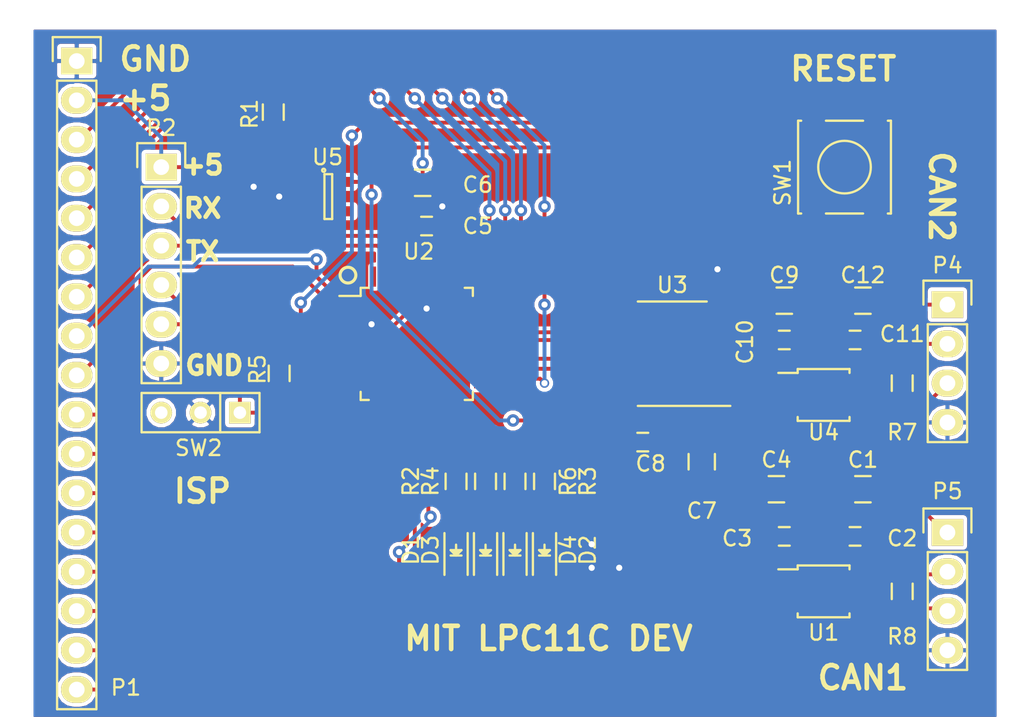
<source format=kicad_pcb>
(kicad_pcb (version 4) (host pcbnew "(2015-09-17 BZR 6202)-product")
  (layers (0 F.Cu signal) (31 B.Cu signal) (34 B.Paste user) (35 F.Paste user) (36 B.SilkS user) (37 F.SilkS user) (38 B.Mask user) (39 F.Mask user) (44 Edge.Cuts user))
  (net 0 "")
  (net 1 GND)
  (net 2 +3V3)
  (net 3 "Net-(D1-Pad2)")
  (net 4 "Net-(D2-Pad2)")
  (net 5 "Net-(D3-Pad2)")
  (net 6 "Net-(D4-Pad2)")
  (net 7 "/Input Connectors/RXD")
  (net 8 "/Input Connectors/TXD")
  (net 9 "/Input Connectors/MCU_RESET_N")
  (net 10 "/Input Connectors/MCU_PROG_N")
  (net 11 "/Micro Controller/CAN2H")
  (net 12 "/Micro Controller/CAN2L")
  (net 13 "/Micro Controller/CAN1H")
  (net 14 "/Micro Controller/CAN1L")
  (net 15 "Net-(R2-Pad1)")
  (net 16 "Net-(R3-Pad1)")
  (net 17 "Net-(R4-Pad1)")
  (net 18 "Net-(R6-Pad1)")
  (net 19 "Net-(U1-Pad2)")
  (net 20 "Net-(U1-Pad3)")
  (net 21 GNDD)
  (net 22 "/Micro Controller/PIO2_6")
  (net 23 "Net-(U2-Pad6)")
  (net 24 "Net-(U2-Pad7)")
  (net 25 "/Micro Controller/PIO1_8")
  (net 26 "Net-(U2-Pad10)")
  (net 27 "/Micro Controller/PIO2_7")
  (net 28 "/Micro Controller/PIO2_8")
  (net 29 "Net-(U2-Pad27)")
  (net 30 "Net-(U2-Pad28)")
  (net 31 "Net-(U2-Pad29)")
  (net 32 "/Micro Controller/PIO1_10")
  (net 33 "Net-(U2-Pad31)")
  (net 34 "/Micro Controller/PIO0_11")
  (net 35 "/Micro Controller/PIO1_0")
  (net 36 "/Micro Controller/PIO1_1")
  (net 37 "/Micro Controller/PIO1_2")
  (net 38 "/Micro Controller/PIO3_0")
  (net 39 "/Micro Controller/PIO3_1")
  (net 40 "/Micro Controller/PIO1_3")
  (net 41 "/Micro Controller/PIO1_4")
  (net 42 "/Micro Controller/PIO1_11")
  (net 43 "/Micro Controller/PIO3_2")
  (net 44 "/Micro Controller/PIO1_5")
  (net 45 "/Micro Controller/PIO3_3")
  (net 46 "Net-(U3-Pad1)")
  (net 47 "Net-(U3-Pad2)")
  (net 48 "Net-(U3-Pad3)")
  (net 49 "Net-(U3-Pad4)")
  (net 50 "Net-(U3-Pad5)")
  (net 51 "Net-(U3-Pad6)")
  (net 52 "Net-(U3-Pad7)")
  (net 53 "Net-(U3-Pad8)")
  (net 54 "Net-(U3-Pad9)")
  (net 55 "Net-(U3-Pad11)")
  (net 56 "Net-(U3-Pad12)")
  (net 57 "Net-(U3-Pad15)")
  (net 58 "Net-(U5-Pad4)")
  (net 59 "/Micro Controller/CAN1P")
  (net 60 "/Micro Controller/CAN2P")
  (net 61 "/Micro Controller/PIO2_1")
  (net 62 "/Micro Controller/PIO0_3")
  (net 63 "/Micro Controller/PIO0_4")
  (net 64 "/Micro Controller/PIO0_5")
  (net 65 "/Micro Controller/PIO1_9")
  (net 66 "/Micro Controller/PIO2_4")
  (net 67 "/Micro Controller/PIO0_1")
  (net 68 +5V)
  (net 69 "/Micro Controller/PIO2_2")
  (net 70 "/Micro Controller/PIO2_3")
  (net 71 "Net-(U2-Pad25)")
  (module Pin_Headers:Pin_Header_Straight_1x06 (layer F.Cu) (at 161.925 55.88)
    (fp_text reference P2 (at 0 -2.54) (layer F.SilkS))
    (fp_text value CONN_01X06)
    (pad 1 thru_hole rect (at 0 0) (size 2.032 1.7272) (drill 1.016) (layers *.Cu *.Mask F.SilkS) (net 68 +5V))
    (pad 2 thru_hole oval (at 0 2.54) (size 2.032 1.7272) (drill 1.016) (layers *.Cu *.Mask F.SilkS) (net 7 "/Input Connectors/RXD"))
    (pad 3 thru_hole oval (at 0 5.08) (size 2.032 1.7272) (drill 1.016) (layers *.Cu *.Mask F.SilkS) (net 8 "/Input Connectors/TXD"))
    (pad 4 thru_hole oval (at 0 7.62) (size 2.032 1.7272) (drill 1.016) (layers *.Cu *.Mask F.SilkS) (net 9 "/Input Connectors/MCU_RESET_N"))
    (pad 5 thru_hole oval (at 0 10.16) (size 2.032 1.7272) (drill 1.016) (layers *.Cu *.Mask F.SilkS) (net 10 "/Input Connectors/MCU_PROG_N"))
    (pad 6 thru_hole oval (at 0 12.7) (size 2.032 1.7272) (drill 1.016) (layers *.Cu *.Mask F.SilkS) (net 1 GND))
  )
  (module Capacitors_SMD:C_0805_HandSoldering (layer F.Cu) (at 207.264 76.708 180)
    (fp_text reference C1 (at 0 1.905 180) (layer F.SilkS))
    (fp_text value 10uF)
    (pad 1 smd rect (at -1.25 0 180) (size 1.5 1.25) (layers F.Cu F.Paste F.Mask) (net 59 "/Micro Controller/CAN1P"))
    (pad 2 smd rect (at 1.25 0 180) (size 1.5 1.25) (layers F.Cu F.Paste F.Mask) (net 1 GND))
  )
  (module Capacitors_SMD:C_0603_HandSoldering (layer F.Cu) (at 206.756 79.756 180)
    (fp_text reference C2 (at -3.048 -0.127 180) (layer F.SilkS))
    (fp_text value 0.1uF)
    (pad 1 smd rect (at -0.95 0 180) (size 1.2 0.75) (layers F.Cu F.Paste F.Mask) (net 59 "/Micro Controller/CAN1P"))
    (pad 2 smd rect (at 0.95 0 180) (size 1.2 0.75) (layers F.Cu F.Paste F.Mask) (net 1 GND))
  )
  (module Capacitors_SMD:C_0603_HandSoldering (layer F.Cu) (at 202.184 79.756)
    (fp_text reference C3 (at -3.048 0.127) (layer F.SilkS))
    (fp_text value 0.1uF)
    (pad 1 smd rect (at -0.95 0) (size 1.2 0.75) (layers F.Cu F.Paste F.Mask) (net 2 +3V3))
    (pad 2 smd rect (at 0.95 0) (size 1.2 0.75) (layers F.Cu F.Paste F.Mask) (net 1 GND))
  )
  (module Capacitors_SMD:C_0805_HandSoldering (layer F.Cu) (at 201.676 76.708)
    (fp_text reference C4 (at 0 -1.905) (layer F.SilkS))
    (fp_text value 10uF)
    (pad 1 smd rect (at -1.25 0) (size 1.5 1.25) (layers F.Cu F.Paste F.Mask) (net 2 +3V3))
    (pad 2 smd rect (at 1.25 0) (size 1.5 1.25) (layers F.Cu F.Paste F.Mask) (net 1 GND))
  )
  (module Capacitors_SMD:C_0603_HandSoldering (layer F.Cu) (at 179.07 59.69)
    (fp_text reference C5 (at 3.302 0) (layer F.SilkS))
    (fp_text value 0.1uF)
    (pad 1 smd rect (at -0.95 0) (size 1.2 0.75) (layers F.Cu F.Paste F.Mask) (net 2 +3V3))
    (pad 2 smd rect (at 0.95 0) (size 1.2 0.75) (layers F.Cu F.Paste F.Mask) (net 1 GND))
  )
  (module Capacitors_SMD:C_0805_HandSoldering (layer F.Cu) (at 178.816 56.896)
    (fp_text reference C6 (at 3.556 0.127) (layer F.SilkS))
    (fp_text value 1=uF)
    (pad 1 smd rect (at -1.25 0) (size 1.5 1.25) (layers F.Cu F.Paste F.Mask) (net 2 +3V3))
    (pad 2 smd rect (at 1.25 0) (size 1.5 1.25) (layers F.Cu F.Paste F.Mask) (net 1 GND))
  )
  (module Capacitors_SMD:C_0805_HandSoldering (layer F.Cu) (at 196.85 74.93 90)
    (fp_text reference C7 (at -3.175 0 180) (layer F.SilkS))
    (fp_text value 1uF)
    (pad 1 smd rect (at -1.25 0 90) (size 1.5 1.25) (layers F.Cu F.Paste F.Mask) (net 2 +3V3))
    (pad 2 smd rect (at 1.25 0 90) (size 1.5 1.25) (layers F.Cu F.Paste F.Mask) (net 1 GND))
  )
  (module Capacitors_SMD:C_0603_HandSoldering (layer F.Cu) (at 193.04 73.66)
    (fp_text reference C8 (at 0.508 1.397) (layer F.SilkS))
    (fp_text value 0.1uF)
    (pad 1 smd rect (at -0.95 0) (size 1.2 0.75) (layers F.Cu F.Paste F.Mask) (net 2 +3V3))
    (pad 2 smd rect (at 0.95 0) (size 1.2 0.75) (layers F.Cu F.Paste F.Mask) (net 1 GND))
  )
  (module Capacitors_SMD:C_0805_HandSoldering (layer F.Cu) (at 202.184 64.516)
    (fp_text reference C9 (at 0 -1.651) (layer F.SilkS))
    (fp_text value 1uF)
    (pad 1 smd rect (at -1.25 0) (size 1.5 1.25) (layers F.Cu F.Paste F.Mask) (net 2 +3V3))
    (pad 2 smd rect (at 1.25 0) (size 1.5 1.25) (layers F.Cu F.Paste F.Mask) (net 1 GND))
  )
  (module Capacitors_SMD:C_0603_HandSoldering (layer F.Cu) (at 202.184 67.056)
    (fp_text reference C10 (at -2.54 0.127 90) (layer F.SilkS))
    (fp_text value 0.1uF)
    (pad 1 smd rect (at -0.95 0) (size 1.2 0.75) (layers F.Cu F.Paste F.Mask) (net 2 +3V3))
    (pad 2 smd rect (at 0.95 0) (size 1.2 0.75) (layers F.Cu F.Paste F.Mask) (net 1 GND))
  )
  (module Capacitors_SMD:C_0603_HandSoldering (layer F.Cu) (at 206.756 67.056 180)
    (fp_text reference C11 (at -3.048 0.381 180) (layer F.SilkS))
    (fp_text value 0.1uF)
    (pad 1 smd rect (at -0.95 0 180) (size 1.2 0.75) (layers F.Cu F.Paste F.Mask) (net 60 "/Micro Controller/CAN2P"))
    (pad 2 smd rect (at 0.95 0 180) (size 1.2 0.75) (layers F.Cu F.Paste F.Mask) (net 1 GND))
  )
  (module Capacitors_SMD:C_0805_HandSoldering (layer F.Cu) (at 207.264 64.516 180)
    (fp_text reference C12 (at 0 1.651 180) (layer F.SilkS))
    (fp_text value 1uF)
    (pad 1 smd rect (at -1.25 0 180) (size 1.5 1.25) (layers F.Cu F.Paste F.Mask) (net 60 "/Micro Controller/CAN2P"))
    (pad 2 smd rect (at 1.25 0 180) (size 1.5 1.25) (layers F.Cu F.Paste F.Mask) (net 1 GND))
  )
  (module LEDs:LED-0805 (layer F.Cu) (at 180.975 80.645 90)
    (fp_text reference D1 (at 0 -2.921 90) (layer F.SilkS))
    (fp_text value LED)
    (pad 2 smd rect (at 1.04902 0 270) (size 1.19888 1.19888) (layers F.Cu F.Paste F.Mask) (net 3 "Net-(D1-Pad2)"))
    (pad 1 smd rect (at -1.04902 0 270) (size 1.19888 1.19888) (layers F.Cu F.Paste F.Mask) (net 1 GND))
  )
  (module LEDs:LED-0805 (layer F.Cu) (at 186.69 80.645 90)
    (fp_text reference D2 (at 0 2.794 90) (layer F.SilkS))
    (fp_text value LED)
    (pad 2 smd rect (at 1.04902 0 270) (size 1.19888 1.19888) (layers F.Cu F.Paste F.Mask) (net 4 "Net-(D2-Pad2)"))
    (pad 1 smd rect (at -1.04902 0 270) (size 1.19888 1.19888) (layers F.Cu F.Paste F.Mask) (net 1 GND))
  )
  (module LEDs:LED-0805 (layer F.Cu) (at 182.88 80.645 90)
    (fp_text reference D3 (at 0 -3.556 90) (layer F.SilkS))
    (fp_text value LED)
    (pad 2 smd rect (at 1.04902 0 270) (size 1.19888 1.19888) (layers F.Cu F.Paste F.Mask) (net 5 "Net-(D3-Pad2)"))
    (pad 1 smd rect (at -1.04902 0 270) (size 1.19888 1.19888) (layers F.Cu F.Paste F.Mask) (net 1 GND))
  )
  (module LEDs:LED-0805 (layer F.Cu) (at 184.785 80.645 90)
    (fp_text reference D4 (at 0 3.429 90) (layer F.SilkS))
    (fp_text value LED)
    (pad 2 smd rect (at 1.04902 0 270) (size 1.19888 1.19888) (layers F.Cu F.Paste F.Mask) (net 6 "Net-(D4-Pad2)"))
    (pad 1 smd rect (at -1.04902 0 270) (size 1.19888 1.19888) (layers F.Cu F.Paste F.Mask) (net 1 GND))
  )
  (module Pin_Headers:Pin_Header_Straight_1x04 (layer F.Cu) (at 212.725 64.77)
    (fp_text reference P4 (at 0 -2.54) (layer F.SilkS))
    (fp_text value CONN_01X04)
    (pad 1 thru_hole rect (at 0 0) (size 2.032 1.7272) (drill 1.016) (layers *.Cu *.Mask F.SilkS) (net 60 "/Micro Controller/CAN2P"))
    (pad 2 thru_hole oval (at 0 2.54) (size 2.032 1.7272) (drill 1.016) (layers *.Cu *.Mask F.SilkS) (net 11 "/Micro Controller/CAN2H"))
    (pad 3 thru_hole oval (at 0 5.08) (size 2.032 1.7272) (drill 1.016) (layers *.Cu *.Mask F.SilkS) (net 12 "/Micro Controller/CAN2L"))
    (pad 4 thru_hole oval (at 0 7.62) (size 2.032 1.7272) (drill 1.016) (layers *.Cu *.Mask F.SilkS) (net 1 GND))
  )
  (module Pin_Headers:Pin_Header_Straight_1x04 (layer F.Cu) (at 212.725 79.502)
    (fp_text reference P5 (at 0 -2.667) (layer F.SilkS))
    (fp_text value CONN_01X04)
    (pad 1 thru_hole rect (at 0 0) (size 2.032 1.7272) (drill 1.016) (layers *.Cu *.Mask F.SilkS) (net 59 "/Micro Controller/CAN1P"))
    (pad 2 thru_hole oval (at 0 2.54) (size 2.032 1.7272) (drill 1.016) (layers *.Cu *.Mask F.SilkS) (net 13 "/Micro Controller/CAN1H"))
    (pad 3 thru_hole oval (at 0 5.08) (size 2.032 1.7272) (drill 1.016) (layers *.Cu *.Mask F.SilkS) (net 14 "/Micro Controller/CAN1L"))
    (pad 4 thru_hole oval (at 0 7.62) (size 2.032 1.7272) (drill 1.016) (layers *.Cu *.Mask F.SilkS) (net 1 GND))
  )
  (module Resistors_SMD:R_0603_HandSoldering (layer F.Cu) (at 169.164 52.324 90)
    (fp_text reference R1 (at -0.127 -1.524 270) (layer F.SilkS))
    (fp_text value 10k)
    (pad 1 smd rect (at -1.1 0 90) (size 1.2 0.9) (layers F.Cu F.Paste F.Mask) (net 2 +3V3))
    (pad 2 smd rect (at 1.1 0 90) (size 1.2 0.9) (layers F.Cu F.Paste F.Mask) (net 9 "/Input Connectors/MCU_RESET_N"))
  )
  (module Resistors_SMD:R_0603_HandSoldering (layer F.Cu) (at 180.975 76.2 270)
    (fp_text reference R2 (at 0 2.921 270) (layer F.SilkS))
    (fp_text value 100)
    (pad 1 smd rect (at -1.1 0 270) (size 1.2 0.9) (layers F.Cu F.Paste F.Mask) (net 15 "Net-(R2-Pad1)"))
    (pad 2 smd rect (at 1.1 0 270) (size 1.2 0.9) (layers F.Cu F.Paste F.Mask) (net 3 "Net-(D1-Pad2)"))
  )
  (module Resistors_SMD:R_0603_HandSoldering (layer F.Cu) (at 186.69 76.2 270)
    (fp_text reference R3 (at 0 -2.794 270) (layer F.SilkS))
    (fp_text value 100)
    (pad 1 smd rect (at -1.1 0 270) (size 1.2 0.9) (layers F.Cu F.Paste F.Mask) (net 16 "Net-(R3-Pad1)"))
    (pad 2 smd rect (at 1.1 0 270) (size 1.2 0.9) (layers F.Cu F.Paste F.Mask) (net 4 "Net-(D2-Pad2)"))
  )
  (module Resistors_SMD:R_0603_HandSoldering (layer F.Cu) (at 182.88 76.2 270)
    (fp_text reference R4 (at 0 3.556 270) (layer F.SilkS))
    (fp_text value 100)
    (pad 1 smd rect (at -1.1 0 270) (size 1.2 0.9) (layers F.Cu F.Paste F.Mask) (net 17 "Net-(R4-Pad1)"))
    (pad 2 smd rect (at 1.1 0 270) (size 1.2 0.9) (layers F.Cu F.Paste F.Mask) (net 5 "Net-(D3-Pad2)"))
  )
  (module Resistors_SMD:R_0603_HandSoldering (layer F.Cu) (at 169.545 69.215 270)
    (fp_text reference R5 (at -0.254 1.397 450) (layer F.SilkS))
    (fp_text value 10k)
    (pad 1 smd rect (at -1.1 0 270) (size 1.2 0.9) (layers F.Cu F.Paste F.Mask) (net 2 +3V3))
    (pad 2 smd rect (at 1.1 0 270) (size 1.2 0.9) (layers F.Cu F.Paste F.Mask) (net 10 "/Input Connectors/MCU_PROG_N"))
  )
  (module Resistors_SMD:R_0603_HandSoldering (layer F.Cu) (at 184.785 76.2 270)
    (fp_text reference R6 (at 0 -3.429 270) (layer F.SilkS))
    (fp_text value 100)
    (pad 1 smd rect (at -1.1 0 270) (size 1.2 0.9) (layers F.Cu F.Paste F.Mask) (net 18 "Net-(R6-Pad1)"))
    (pad 2 smd rect (at 1.1 0 270) (size 1.2 0.9) (layers F.Cu F.Paste F.Mask) (net 6 "Net-(D4-Pad2)"))
  )
  (module Resistors_SMD:R_0603_HandSoldering (layer F.Cu) (at 209.804 69.85 270)
    (fp_text reference R7 (at 3.175 0 360) (layer F.SilkS))
    (fp_text value 120)
    (pad 1 smd rect (at -1.1 0 270) (size 1.2 0.9) (layers F.Cu F.Paste F.Mask) (net 11 "/Micro Controller/CAN2H"))
    (pad 2 smd rect (at 1.1 0 270) (size 1.2 0.9) (layers F.Cu F.Paste F.Mask) (net 12 "/Micro Controller/CAN2L"))
  )
  (module Resistors_SMD:R_0603_HandSoldering (layer F.Cu) (at 209.804 83.312 270)
    (fp_text reference R8 (at 2.921 0 360) (layer F.SilkS))
    (fp_text value 120)
    (pad 1 smd rect (at -1.1 0 270) (size 1.2 0.9) (layers F.Cu F.Paste F.Mask) (net 13 "/Micro Controller/CAN1H"))
    (pad 2 smd rect (at 1.1 0 270) (size 1.2 0.9) (layers F.Cu F.Paste F.Mask) (net 14 "/Micro Controller/CAN1L"))
  )
  (module Buttons_Switches_SMD:SW_SPST_EVPBF (layer F.Cu) (at 206.075 55.88 90)
    (fp_text reference SW1 (at -1 -4 90) (layer F.SilkS))
    (fp_text value SPST)
    (pad 1 smd rect (at 2.875 -2 90) (size 2.75 1) (layers F.Cu F.Paste F.Mask) (net 9 "/Input Connectors/MCU_RESET_N"))
    (pad 1 smd rect (at -2.875 -2 90) (size 2.75 1) (layers F.Cu F.Paste F.Mask) (net 9 "/Input Connectors/MCU_RESET_N"))
    (pad 2 smd rect (at -2.875 2 90) (size 2.75 1) (layers F.Cu F.Paste F.Mask) (net 1 GND))
    (pad 2 smd rect (at 2.875 2 90) (size 2.75 1) (layers F.Cu F.Paste F.Mask) (net 1 GND))
  )
  (module Housings_SSOP:MSOP-8_3x3mm_Pitch0.65mm (layer F.Cu) (at 204.724 83.312)
    (fp_text reference U1 (at 0 2.667) (layer F.SilkS))
    (fp_text value ISO1050)
    (pad 1 smd rect (at -2.2 -0.975) (size 1.45 0.45) (layers F.Cu F.Paste F.Mask) (net 2 +3V3))
    (pad 2 smd rect (at -2.2 -0.325) (size 1.45 0.45) (layers F.Cu F.Paste F.Mask) (net 19 "Net-(U1-Pad2)"))
    (pad 3 smd rect (at -2.2 0.325) (size 1.45 0.45) (layers F.Cu F.Paste F.Mask) (net 20 "Net-(U1-Pad3)"))
    (pad 4 smd rect (at -2.2 0.975) (size 1.45 0.45) (layers F.Cu F.Paste F.Mask) (net 1 GND))
    (pad 5 smd rect (at 2.2 0.975) (size 1.45 0.45) (layers F.Cu F.Paste F.Mask) (net 21 GNDD))
    (pad 6 smd rect (at 2.2 0.325) (size 1.45 0.45) (layers F.Cu F.Paste F.Mask) (net 14 "/Micro Controller/CAN1L"))
    (pad 7 smd rect (at 2.2 -0.325) (size 1.45 0.45) (layers F.Cu F.Paste F.Mask) (net 13 "/Micro Controller/CAN1H"))
    (pad 8 smd rect (at 2.2 -0.975) (size 1.45 0.45) (layers F.Cu F.Paste F.Mask) (net 59 "/Micro Controller/CAN1P"))
  )
  (module Housings_QFP:LQFP-48_7x7mm_Pitch0.5mm (layer F.Cu) (at 178.435 67.31)
    (fp_text reference U2 (at 0.127 -5.969) (layer F.SilkS))
    (fp_text value LPC11C14)
    (pad 1 smd rect (at -4.35 -2.75) (size 1.3 0.25) (layers F.Cu F.Paste F.Mask) (net 22 "/Micro Controller/PIO2_6"))
    (pad 2 smd rect (at -4.35 -2.25) (size 1.3 0.25) (layers F.Cu F.Paste F.Mask) (net 67 "/Micro Controller/PIO0_1"))
    (pad 3 smd rect (at -4.35 -1.75) (size 1.3 0.25) (layers F.Cu F.Paste F.Mask) (net 9 "/Input Connectors/MCU_RESET_N"))
    (pad 4 smd rect (at -4.35 -1.25) (size 1.3 0.25) (layers F.Cu F.Paste F.Mask) (net 10 "/Input Connectors/MCU_PROG_N"))
    (pad 5 smd rect (at -4.35 -0.75) (size 1.3 0.25) (layers F.Cu F.Paste F.Mask) (net 1 GND))
    (pad 6 smd rect (at -4.35 -0.25) (size 1.3 0.25) (layers F.Cu F.Paste F.Mask) (net 23 "Net-(U2-Pad6)"))
    (pad 7 smd rect (at -4.35 0.25) (size 1.3 0.25) (layers F.Cu F.Paste F.Mask) (net 24 "Net-(U2-Pad7)"))
    (pad 8 smd rect (at -4.35 0.75) (size 1.3 0.25) (layers F.Cu F.Paste F.Mask) (net 2 +3V3))
    (pad 9 smd rect (at -4.35 1.25) (size 1.3 0.25) (layers F.Cu F.Paste F.Mask) (net 25 "/Micro Controller/PIO1_8"))
    (pad 10 smd rect (at -4.35 1.75) (size 1.3 0.25) (layers F.Cu F.Paste F.Mask) (net 26 "Net-(U2-Pad10)"))
    (pad 11 smd rect (at -4.35 2.25) (size 1.3 0.25) (layers F.Cu F.Paste F.Mask) (net 27 "/Micro Controller/PIO2_7"))
    (pad 12 smd rect (at -4.35 2.75) (size 1.3 0.25) (layers F.Cu F.Paste F.Mask) (net 28 "/Micro Controller/PIO2_8"))
    (pad 13 smd rect (at -2.75 4.35 90) (size 1.3 0.25) (layers F.Cu F.Paste F.Mask) (net 61 "/Micro Controller/PIO2_1"))
    (pad 14 smd rect (at -2.25 4.35 90) (size 1.3 0.25) (layers F.Cu F.Paste F.Mask) (net 62 "/Micro Controller/PIO0_3"))
    (pad 15 smd rect (at -1.75 4.35 90) (size 1.3 0.25) (layers F.Cu F.Paste F.Mask) (net 63 "/Micro Controller/PIO0_4"))
    (pad 16 smd rect (at -1.25 4.35 90) (size 1.3 0.25) (layers F.Cu F.Paste F.Mask) (net 64 "/Micro Controller/PIO0_5"))
    (pad 17 smd rect (at -0.75 4.35 90) (size 1.3 0.25) (layers F.Cu F.Paste F.Mask) (net 65 "/Micro Controller/PIO1_9"))
    (pad 18 smd rect (at -0.25 4.35 90) (size 1.3 0.25) (layers F.Cu F.Paste F.Mask) (net 66 "/Micro Controller/PIO2_4"))
    (pad 19 smd rect (at 0.25 4.35 90) (size 1.3 0.25) (layers F.Cu F.Paste F.Mask) (net 19 "Net-(U1-Pad2)"))
    (pad 20 smd rect (at 0.75 4.35 90) (size 1.3 0.25) (layers F.Cu F.Paste F.Mask) (net 20 "Net-(U1-Pad3)"))
    (pad 21 smd rect (at 1.25 4.35 90) (size 1.3 0.25) (layers F.Cu F.Paste F.Mask) (net 15 "Net-(R2-Pad1)"))
    (pad 22 smd rect (at 1.75 4.35 90) (size 1.3 0.25) (layers F.Cu F.Paste F.Mask) (net 17 "Net-(R4-Pad1)"))
    (pad 23 smd rect (at 2.25 4.35 90) (size 1.3 0.25) (layers F.Cu F.Paste F.Mask) (net 18 "Net-(R6-Pad1)"))
    (pad 24 smd rect (at 2.75 4.35 90) (size 1.3 0.25) (layers F.Cu F.Paste F.Mask) (net 16 "Net-(R3-Pad1)"))
    (pad 25 smd rect (at 4.35 2.75) (size 1.3 0.25) (layers F.Cu F.Paste F.Mask) (net 71 "Net-(U2-Pad25)"))
    (pad 26 smd rect (at 4.35 2.25) (size 1.3 0.25) (layers F.Cu F.Paste F.Mask) (net 69 "/Micro Controller/PIO2_2"))
    (pad 27 smd rect (at 4.35 1.75) (size 1.3 0.25) (layers F.Cu F.Paste F.Mask) (net 29 "Net-(U2-Pad27)"))
    (pad 28 smd rect (at 4.35 1.25) (size 1.3 0.25) (layers F.Cu F.Paste F.Mask) (net 30 "Net-(U2-Pad28)"))
    (pad 29 smd rect (at 4.35 0.75) (size 1.3 0.25) (layers F.Cu F.Paste F.Mask) (net 31 "Net-(U2-Pad29)"))
    (pad 30 smd rect (at 4.35 0.25) (size 1.3 0.25) (layers F.Cu F.Paste F.Mask) (net 32 "/Micro Controller/PIO1_10"))
    (pad 31 smd rect (at 4.35 -0.25) (size 1.3 0.25) (layers F.Cu F.Paste F.Mask) (net 33 "Net-(U2-Pad31)"))
    (pad 32 smd rect (at 4.35 -0.75) (size 1.3 0.25) (layers F.Cu F.Paste F.Mask) (net 34 "/Micro Controller/PIO0_11"))
    (pad 33 smd rect (at 4.35 -1.25) (size 1.3 0.25) (layers F.Cu F.Paste F.Mask) (net 35 "/Micro Controller/PIO1_0"))
    (pad 34 smd rect (at 4.35 -1.75) (size 1.3 0.25) (layers F.Cu F.Paste F.Mask) (net 36 "/Micro Controller/PIO1_1"))
    (pad 35 smd rect (at 4.35 -2.25) (size 1.3 0.25) (layers F.Cu F.Paste F.Mask) (net 37 "/Micro Controller/PIO1_2"))
    (pad 36 smd rect (at 4.35 -2.75) (size 1.3 0.25) (layers F.Cu F.Paste F.Mask) (net 38 "/Micro Controller/PIO3_0"))
    (pad 37 smd rect (at 2.75 -4.35 90) (size 1.3 0.25) (layers F.Cu F.Paste F.Mask) (net 39 "/Micro Controller/PIO3_1"))
    (pad 38 smd rect (at 2.25 -4.35 90) (size 1.3 0.25) (layers F.Cu F.Paste F.Mask) (net 70 "/Micro Controller/PIO2_3"))
    (pad 39 smd rect (at 1.75 -4.35 90) (size 1.3 0.25) (layers F.Cu F.Paste F.Mask) (net 40 "/Micro Controller/PIO1_3"))
    (pad 40 smd rect (at 1.25 -4.35 90) (size 1.3 0.25) (layers F.Cu F.Paste F.Mask) (net 41 "/Micro Controller/PIO1_4"))
    (pad 41 smd rect (at 0.75 -4.35 90) (size 1.3 0.25) (layers F.Cu F.Paste F.Mask) (net 1 GND))
    (pad 42 smd rect (at 0.25 -4.35 90) (size 1.3 0.25) (layers F.Cu F.Paste F.Mask) (net 42 "/Micro Controller/PIO1_11"))
    (pad 43 smd rect (at -0.25 -4.35 90) (size 1.3 0.25) (layers F.Cu F.Paste F.Mask) (net 43 "/Micro Controller/PIO3_2"))
    (pad 44 smd rect (at -0.75 -4.35 90) (size 1.3 0.25) (layers F.Cu F.Paste F.Mask) (net 2 +3V3))
    (pad 45 smd rect (at -1.25 -4.35 90) (size 1.3 0.25) (layers F.Cu F.Paste F.Mask) (net 44 "/Micro Controller/PIO1_5"))
    (pad 46 smd rect (at -1.75 -4.35 90) (size 1.3 0.25) (layers F.Cu F.Paste F.Mask) (net 7 "/Input Connectors/RXD"))
    (pad 47 smd rect (at -2.25 -4.35 90) (size 1.3 0.25) (layers F.Cu F.Paste F.Mask) (net 8 "/Input Connectors/TXD"))
    (pad 48 smd rect (at -2.75 -4.35 90) (size 1.3 0.25) (layers F.Cu F.Paste F.Mask) (net 45 "/Micro Controller/PIO3_3"))
  )
  (module Housings_SSOP:TSSOP-20_4.4x6.5mm_Pitch0.65mm (layer F.Cu) (at 194.945 67.945 180)
    (fp_text reference U3 (at 0 4.445 180) (layer F.SilkS))
    (fp_text value MCP2515_TSSOP)
    (pad 1 smd rect (at -2.95 -2.925 180) (size 1.45 0.45) (layers F.Cu F.Paste F.Mask) (net 46 "Net-(U3-Pad1)"))
    (pad 2 smd rect (at -2.95 -2.275 180) (size 1.45 0.45) (layers F.Cu F.Paste F.Mask) (net 47 "Net-(U3-Pad2)"))
    (pad 3 smd rect (at -2.95 -1.625 180) (size 1.45 0.45) (layers F.Cu F.Paste F.Mask) (net 48 "Net-(U3-Pad3)"))
    (pad 4 smd rect (at -2.95 -0.975 180) (size 1.45 0.45) (layers F.Cu F.Paste F.Mask) (net 49 "Net-(U3-Pad4)"))
    (pad 5 smd rect (at -2.95 -0.325 180) (size 1.45 0.45) (layers F.Cu F.Paste F.Mask) (net 50 "Net-(U3-Pad5)"))
    (pad 6 smd rect (at -2.95 0.325 180) (size 1.45 0.45) (layers F.Cu F.Paste F.Mask) (net 51 "Net-(U3-Pad6)"))
    (pad 7 smd rect (at -2.95 0.975 180) (size 1.45 0.45) (layers F.Cu F.Paste F.Mask) (net 52 "Net-(U3-Pad7)"))
    (pad 8 smd rect (at -2.95 1.625 180) (size 1.45 0.45) (layers F.Cu F.Paste F.Mask) (net 53 "Net-(U3-Pad8)"))
    (pad 9 smd rect (at -2.95 2.275 180) (size 1.45 0.45) (layers F.Cu F.Paste F.Mask) (net 54 "Net-(U3-Pad9)"))
    (pad 10 smd rect (at -2.95 2.925 180) (size 1.45 0.45) (layers F.Cu F.Paste F.Mask) (net 1 GND))
    (pad 11 smd rect (at 2.95 2.925 180) (size 1.45 0.45) (layers F.Cu F.Paste F.Mask) (net 55 "Net-(U3-Pad11)"))
    (pad 12 smd rect (at 2.95 2.275 180) (size 1.45 0.45) (layers F.Cu F.Paste F.Mask) (net 56 "Net-(U3-Pad12)"))
    (pad 13 smd rect (at 2.95 1.625 180) (size 1.45 0.45) (layers F.Cu F.Paste F.Mask) (net 34 "/Micro Controller/PIO0_11"))
    (pad 14 smd rect (at 2.95 0.975 180) (size 1.45 0.45) (layers F.Cu F.Paste F.Mask) (net 33 "Net-(U2-Pad31)"))
    (pad 15 smd rect (at 2.95 0.325 180) (size 1.45 0.45) (layers F.Cu F.Paste F.Mask) (net 57 "Net-(U3-Pad15)"))
    (pad 16 smd rect (at 2.95 -0.325 180) (size 1.45 0.45) (layers F.Cu F.Paste F.Mask) (net 30 "Net-(U2-Pad28)"))
    (pad 17 smd rect (at 2.95 -0.975 180) (size 1.45 0.45) (layers F.Cu F.Paste F.Mask) (net 29 "Net-(U2-Pad27)"))
    (pad 18 smd rect (at 2.95 -1.625 180) (size 1.45 0.45) (layers F.Cu F.Paste F.Mask) (net 71 "Net-(U2-Pad25)"))
    (pad 19 smd rect (at 2.95 -2.275 180) (size 1.45 0.45) (layers F.Cu F.Paste F.Mask) (net 2 +3V3))
    (pad 20 smd rect (at 2.95 -2.925 180) (size 1.45 0.45) (layers F.Cu F.Paste F.Mask) (net 2 +3V3))
  )
  (module Housings_SSOP:MSOP-8_3x3mm_Pitch0.65mm (layer F.Cu) (at 204.724 70.612)
    (fp_text reference U4 (at 0 2.413) (layer F.SilkS))
    (fp_text value ISO1050)
    (pad 1 smd rect (at -2.2 -0.975) (size 1.45 0.45) (layers F.Cu F.Paste F.Mask) (net 2 +3V3))
    (pad 2 smd rect (at -2.2 -0.325) (size 1.45 0.45) (layers F.Cu F.Paste F.Mask) (net 47 "Net-(U3-Pad2)"))
    (pad 3 smd rect (at -2.2 0.325) (size 1.45 0.45) (layers F.Cu F.Paste F.Mask) (net 46 "Net-(U3-Pad1)"))
    (pad 4 smd rect (at -2.2 0.975) (size 1.45 0.45) (layers F.Cu F.Paste F.Mask) (net 1 GND))
    (pad 5 smd rect (at 2.2 0.975) (size 1.45 0.45) (layers F.Cu F.Paste F.Mask) (net 1 GND))
    (pad 6 smd rect (at 2.2 0.325) (size 1.45 0.45) (layers F.Cu F.Paste F.Mask) (net 12 "/Micro Controller/CAN2L"))
    (pad 7 smd rect (at 2.2 -0.325) (size 1.45 0.45) (layers F.Cu F.Paste F.Mask) (net 11 "/Micro Controller/CAN2H"))
    (pad 8 smd rect (at 2.2 -0.975) (size 1.45 0.45) (layers F.Cu F.Paste F.Mask) (net 60 "/Micro Controller/CAN2P"))
  )
  (module TO_SOT_Packages_SMD:SOT-23-5 (layer F.Cu) (at 172.72 57.785)
    (fp_text reference U5 (at -0.05 -2.55) (layer F.SilkS))
    (fp_text value MCP1755)
    (pad 1 smd rect (at -1.1 -0.95) (size 1.06 0.65) (layers F.Cu F.Paste F.Mask) (net 68 +5V))
    (pad 2 smd rect (at -1.1 0) (size 1.06 0.65) (layers F.Cu F.Paste F.Mask) (net 1 GND))
    (pad 3 smd rect (at -1.1 0.95) (size 1.06 0.65) (layers F.Cu F.Paste F.Mask) (net 68 +5V))
    (pad 4 smd rect (at 1.1 0.95) (size 1.06 0.65) (layers F.Cu F.Paste F.Mask) (net 58 "Net-(U5-Pad4)"))
    (pad 5 smd rect (at 1.1 -0.95) (size 1.06 0.65) (layers F.Cu F.Paste F.Mask) (net 2 +3V3))
  )
  (module Buttons_Switches_ThroughHole:SW_Micro_SPST (layer F.Cu) (at 164.465 71.755 180)
    (fp_text reference SW2 (at 0.127 -2.286 180) (layer F.SilkS))
    (fp_text value SPST)
    (pad 1 thru_hole rect (at -2.54 0 180) (size 1.397 1.397) (drill 0.8128) (layers *.Cu *.Mask F.SilkS) (net 10 "/Input Connectors/MCU_PROG_N"))
    (pad 2 thru_hole circle (at 0 0 180) (size 1.397 1.397) (drill 0.8128) (layers *.Cu *.Mask F.SilkS) (net 1 GND))
    (pad 3 thru_hole circle (at 2.54 0 180) (size 1.397 1.397) (drill 0.8128) (layers *.Cu *.Mask F.SilkS))
  )
  (module Pin_Headers:Pin_Header_Straight_1x17 (layer F.Cu) (at 156.464 49.022)
    (fp_text reference P1 (at 3.175 40.513) (layer F.SilkS))
    (fp_text value CONN_01X17)
    (pad 1 thru_hole rect (at 0 0) (size 2.032 1.7272) (drill 1.016) (layers *.Cu *.Mask F.SilkS) (net 1 GND))
    (pad 2 thru_hole oval (at 0 2.54) (size 2.032 1.7272) (drill 1.016) (layers *.Cu *.Mask F.SilkS) (net 68 +5V))
    (pad 3 thru_hole oval (at 0 5.08) (size 2.032 1.7272) (drill 1.016) (layers *.Cu *.Mask F.SilkS) (net 69 "/Micro Controller/PIO2_2"))
    (pad 4 thru_hole oval (at 0 7.62) (size 2.032 1.7272) (drill 1.016) (layers *.Cu *.Mask F.SilkS) (net 70 "/Micro Controller/PIO2_3"))
    (pad 5 thru_hole oval (at 0 10.16) (size 2.032 1.7272) (drill 1.016) (layers *.Cu *.Mask F.SilkS) (net 40 "/Micro Controller/PIO1_3"))
    (pad 6 thru_hole oval (at 0 12.7) (size 2.032 1.7272) (drill 1.016) (layers *.Cu *.Mask F.SilkS) (net 41 "/Micro Controller/PIO1_4"))
    (pad 7 thru_hole oval (at 0 15.24) (size 2.032 1.7272) (drill 1.016) (layers *.Cu *.Mask F.SilkS) (net 43 "/Micro Controller/PIO3_2"))
    (pad 8 thru_hole oval (at 0 17.78) (size 2.032 1.7272) (drill 1.016) (layers *.Cu *.Mask F.SilkS) (net 22 "/Micro Controller/PIO2_6"))
    (pad 9 thru_hole oval (at 0 20.32) (size 2.032 1.7272) (drill 1.016) (layers *.Cu *.Mask F.SilkS) (net 67 "/Micro Controller/PIO0_1"))
    (pad 10 thru_hole oval (at 0 22.86) (size 2.032 1.7272) (drill 1.016) (layers *.Cu *.Mask F.SilkS) (net 27 "/Micro Controller/PIO2_7"))
    (pad 11 thru_hole oval (at 0 25.4) (size 2.032 1.7272) (drill 1.016) (layers *.Cu *.Mask F.SilkS) (net 28 "/Micro Controller/PIO2_8"))
    (pad 12 thru_hole oval (at 0 27.94) (size 2.032 1.7272) (drill 1.016) (layers *.Cu *.Mask F.SilkS) (net 61 "/Micro Controller/PIO2_1"))
    (pad 13 thru_hole oval (at 0 30.48) (size 2.032 1.7272) (drill 1.016) (layers *.Cu *.Mask F.SilkS) (net 62 "/Micro Controller/PIO0_3"))
    (pad 14 thru_hole oval (at 0 33.02) (size 2.032 1.7272) (drill 1.016) (layers *.Cu *.Mask F.SilkS) (net 63 "/Micro Controller/PIO0_4"))
    (pad 15 thru_hole oval (at 0 35.56) (size 2.032 1.7272) (drill 1.016) (layers *.Cu *.Mask F.SilkS) (net 64 "/Micro Controller/PIO0_5"))
    (pad 16 thru_hole oval (at 0 38.1) (size 2.032 1.7272) (drill 1.016) (layers *.Cu *.Mask F.SilkS) (net 65 "/Micro Controller/PIO1_9"))
    (pad 17 thru_hole oval (at 0 40.64) (size 2.032 1.7272) (drill 1.016) (layers *.Cu *.Mask F.SilkS) (net 66 "/Micro Controller/PIO2_4"))
  )
  (gr_text GND (at 165.354 68.707) (layer F.SilkS) (effects (font (size 1.2 1.2) (thickness 0.3))))
  (gr_text TX (at 164.592 61.341) (layer F.SilkS) (effects (font (size 1.2 1.2) (thickness 0.3))))
  (gr_text RX (at 164.592 58.547) (layer F.SilkS) (effects (font (size 1.2 1.2) (thickness 0.3))))
  (gr_text +5 (at 164.592 55.753) (layer F.SilkS) (effects (font (size 1.2 1.2) (thickness 0.3))))
  (gr_circle (center 173.99 62.865) (end 173.99 63.373) (layer F.SilkS) (width 0.2))
  (gr_text "MIT LPC11C DEV\n" (at 186.944 86.36) (layer F.SilkS) (effects (font (size 1.5 1.5) (thickness 0.3))))
  (gr_text CAN2 (at 212.344 57.785 270) (layer F.SilkS) (effects (font (size 1.5 1.5) (thickness 0.3))))
  (gr_text "CAN1\n" (at 207.264 88.9) (layer F.SilkS) (effects (font (size 1.5 1.5) (thickness 0.3))))
  (gr_text ISP (at 164.592 76.835) (layer F.SilkS) (effects (font (size 1.5 1.5) (thickness 0.3))))
  (gr_text RESET (at 205.994 49.53) (layer F.SilkS) (effects (font (size 1.5 1.5) (thickness 0.3))))
  (gr_text +5 (at 160.909 51.435) (layer F.SilkS) (effects (font (size 1.5 1.5) (thickness 0.3))))
  (gr_text GND (at 161.544 48.895) (layer F.SilkS) (effects (font (size 1.5 1.5) (thickness 0.3))))
  (segment (start 180.02 59.69) (end 180.02 58.486) (width 0.25) (layer F.Cu) (net 1))
  (segment (start 180.02 58.486) (end 180.086 58.42) (width 0.25) (layer F.Cu) (net 1))
  (via (at 180.086 58.42) (size 0.8) (drill 0.4) (layers F.Cu B.Cu) (net 1))
  (segment (start 174.085 66.56) (end 169.66 66.56) (width 0.25) (layer F.Cu) (net 1))
  (segment (start 169.66 66.56) (end 168.91 67.31) (width 0.25) (layer F.Cu) (net 1))
  (segment (start 179.185 62.96) (end 179.185 64.909) (width 0.25) (layer F.Cu) (net 1))
  (segment (start 179.185 64.909) (end 179.07 65.024) (width 0.25) (layer F.Cu) (net 1))
  (via (at 179.07 65.024) (size 0.8) (drill 0.4) (layers F.Cu B.Cu) (net 1))
  (segment (start 174.085 66.56) (end 174.994 66.56) (width 0.25) (layer F.Cu) (net 1))
  (segment (start 174.994 66.56) (end 175.514 66.04) (width 0.25) (layer F.Cu) (net 1))
  (via (at 175.514 66.04) (size 0.8) (drill 0.4) (layers F.Cu B.Cu) (net 1))
  (segment (start 174.085 66.56) (end 172.962 66.56) (width 0.25) (layer F.Cu) (net 1))
  (segment (start 172.962 66.56) (end 172.212 67.31) (width 0.25) (layer F.Cu) (net 1))
  (segment (start 169.545 57.785) (end 168.91 57.15) (width 0.25) (layer F.Cu) (net 1))
  (via (at 169.545 57.785) (size 0.8) (drill 0.4) (layers F.Cu B.Cu) (net 1))
  (segment (start 171.62 57.785) (end 169.545 57.785) (width 0.25) (layer F.Cu) (net 1))
  (via (at 167.894 57.15) (size 0.8) (drill 0.4) (layers F.Cu B.Cu) (net 1))
  (segment (start 168.91 57.15) (end 167.894 57.15) (width 0.25) (layer F.Cu) (net 1))
  (segment (start 180.066 56.896) (end 183.388 56.896) (width 0.25) (layer F.Cu) (net 1))
  (segment (start 197.895 65.02) (end 197.866 64.991) (width 0.25) (layer F.Cu) (net 1))
  (segment (start 197.866 64.991) (end 197.866 62.484) (width 0.25) (layer F.Cu) (net 1))
  (via (at 197.866 62.484) (size 0.8) (drill 0.4) (layers F.Cu B.Cu) (net 1))
  (segment (start 189.738 81.788) (end 191.516 81.788) (width 0.25) (layer F.Cu) (net 1))
  (via (at 191.516 81.788) (size 0.8) (drill 0.4) (layers F.Cu B.Cu) (net 1))
  (segment (start 189.738 80.264) (end 189.738 81.788) (width 0.25) (layer B.Cu) (net 1))
  (via (at 189.738 81.788) (size 0.8) (drill 0.4) (layers F.Cu B.Cu) (net 1))
  (segment (start 189.738 81.788) (end 186.78398 81.788) (width 0.25) (layer F.Cu) (net 1))
  (via (at 189.738 80.264) (size 0.8) (drill 0.4) (layers F.Cu B.Cu) (net 1))
  (segment (start 186.69 81.69402) (end 186.78398 81.788) (width 0.25) (layer F.Cu) (net 1))
  (segment (start 156.464 49.022) (end 156.464 50.1356) (width 0.25) (layer B.Cu) (net 1))
  (segment (start 156.464 50.1356) (end 156.22621 50.37339) (width 0.25) (layer B.Cu) (net 1))
  (segment (start 156.22621 50.37339) (end 155.819262 50.37339) (width 0.25) (layer B.Cu) (net 1))
  (segment (start 172.986 68.06) (end 172.931 68.115) (width 0.25) (layer F.Cu) (net 2))
  (segment (start 172.931 68.115) (end 169.545 68.115) (width 0.25) (layer F.Cu) (net 2))
  (segment (start 184.658 72.263) (end 183.769 72.263) (width 0.25) (layer B.Cu) (net 2))
  (segment (start 183.769 72.263) (end 175.514 64.008) (width 0.25) (layer B.Cu) (net 2))
  (segment (start 189.611 72.898) (end 189.125802 72.412802) (width 0.25) (layer F.Cu) (net 2))
  (segment (start 189.125802 72.412802) (end 188.976 72.263) (width 0.25) (layer F.Cu) (net 2))
  (segment (start 192.09 75.25) (end 191.963 75.25) (width 0.25) (layer F.Cu) (net 2))
  (segment (start 191.963 75.25) (end 189.125802 72.412802) (width 0.25) (layer F.Cu) (net 2))
  (segment (start 188.976 72.263) (end 184.658 72.263) (width 0.25) (layer F.Cu) (net 2))
  (segment (start 177.685 62.96) (end 177.685 60.315) (width 0.25) (layer F.Cu) (net 2))
  (segment (start 177.685 60.315) (end 178.12 59.88) (width 0.25) (layer F.Cu) (net 2))
  (segment (start 178.12 59.88) (end 178.12 59.69) (width 0.25) (layer F.Cu) (net 2))
  (segment (start 174.085 68.06) (end 172.986 68.06) (width 0.25) (layer F.Cu) (net 2))
  (segment (start 174.085 68.06) (end 175.018 68.06) (width 0.25) (layer F.Cu) (net 2))
  (segment (start 177.685 65.393) (end 177.685 62.96) (width 0.25) (layer F.Cu) (net 2))
  (segment (start 175.018 68.06) (end 177.685 65.393) (width 0.25) (layer F.Cu) (net 2))
  (segment (start 173.82 56.835) (end 170.409 53.424) (width 0.25) (layer F.Cu) (net 2))
  (segment (start 170.409 53.424) (end 169.164 53.424) (width 0.25) (layer F.Cu) (net 2))
  (segment (start 175.514 57.658) (end 175.514 64.008) (width 0.25) (layer B.Cu) (net 2))
  (segment (start 175.453 56.835) (end 175.514 56.896) (width 0.25) (layer F.Cu) (net 2))
  (segment (start 175.514 56.896) (end 175.514 57.658) (width 0.25) (layer F.Cu) (net 2))
  (via (at 175.514 57.658) (size 0.8) (drill 0.4) (layers F.Cu B.Cu) (net 2))
  (segment (start 173.82 56.835) (end 175.453 56.835) (width 0.25) (layer F.Cu) (net 2))
  (via (at 184.658 72.263) (size 0.8) (drill 0.4) (layers F.Cu B.Cu) (net 2))
  (segment (start 196.85 76.18) (end 199.898 76.18) (width 0.25) (layer F.Cu) (net 2))
  (segment (start 199.898 76.18) (end 200.426 76.708) (width 0.25) (layer F.Cu) (net 2))
  (segment (start 192.09 73.66) (end 192.09 75.25) (width 0.25) (layer F.Cu) (net 2))
  (segment (start 192.09 75.25) (end 192.405 75.565) (width 0.25) (layer F.Cu) (net 2))
  (segment (start 192.405 75.565) (end 193.02 76.18) (width 0.25) (layer F.Cu) (net 2))
  (segment (start 193.02 76.18) (end 196.85 76.18) (width 0.25) (layer F.Cu) (net 2))
  (segment (start 177.566 56.896) (end 177.566 54.844) (width 0.25) (layer F.Cu) (net 2))
  (segment (start 200.934 61.234) (end 200.934 64.516) (width 0.25) (layer F.Cu) (net 2))
  (segment (start 194.31 54.61) (end 200.934 61.234) (width 0.25) (layer F.Cu) (net 2))
  (segment (start 177.8 54.61) (end 194.31 54.61) (width 0.25) (layer F.Cu) (net 2))
  (segment (start 177.566 54.844) (end 177.8 54.61) (width 0.25) (layer F.Cu) (net 2))
  (segment (start 173.82 56.835) (end 177.505 56.835) (width 0.25) (layer F.Cu) (net 2))
  (segment (start 177.505 56.835) (end 177.566 56.896) (width 0.25) (layer F.Cu) (net 2))
  (segment (start 201.234 79.756) (end 202.524 81.046) (width 0.25) (layer F.Cu) (net 2))
  (segment (start 202.524 81.046) (end 202.524 82.337) (width 0.25) (layer F.Cu) (net 2))
  (segment (start 200.426 76.708) (end 201.234 77.516) (width 0.25) (layer F.Cu) (net 2))
  (segment (start 201.234 77.516) (end 201.234 79.756) (width 0.25) (layer F.Cu) (net 2))
  (segment (start 201.234 67.056) (end 201.234 64.816) (width 0.25) (layer F.Cu) (net 2))
  (segment (start 201.234 64.816) (end 200.934 64.516) (width 0.25) (layer F.Cu) (net 2))
  (segment (start 201.234 67.056) (end 201.234 68.347) (width 0.25) (layer F.Cu) (net 2))
  (segment (start 201.234 68.347) (end 202.524 69.637) (width 0.25) (layer F.Cu) (net 2))
  (segment (start 191.995 70.87) (end 191.995 70.22) (width 0.25) (layer F.Cu) (net 2))
  (segment (start 192.298 73.868) (end 192.09 73.66) (width 0.25) (layer F.Cu) (net 2))
  (segment (start 192.09 73.66) (end 192.09 70.965) (width 0.25) (layer F.Cu) (net 2))
  (segment (start 192.09 70.965) (end 191.995 70.87) (width 0.25) (layer F.Cu) (net 2))
  (segment (start 178.12 59.69) (end 178.12 57.45) (width 0.25) (layer F.Cu) (net 2))
  (segment (start 178.12 57.45) (end 177.566 56.896) (width 0.25) (layer F.Cu) (net 2))
  (segment (start 180.975 77.3) (end 180.975 79.59598) (width 0.25) (layer F.Cu) (net 3))
  (segment (start 186.69 79.59598) (end 186.69 77.3) (width 0.25) (layer F.Cu) (net 4))
  (segment (start 182.88 79.59598) (end 182.88 77.3) (width 0.25) (layer F.Cu) (net 5))
  (segment (start 184.785 77.3) (end 184.785 79.59598) (width 0.25) (layer F.Cu) (net 6))
  (segment (start 161.925 58.42) (end 163.83 60.325) (width 0.25) (layer F.Cu) (net 7))
  (segment (start 176.685 61.113602) (end 176.685 62.96) (width 0.25) (layer F.Cu) (net 7))
  (segment (start 175.896398 60.325) (end 176.685 61.113602) (width 0.25) (layer F.Cu) (net 7))
  (segment (start 163.83 60.325) (end 175.896398 60.325) (width 0.25) (layer F.Cu) (net 7))
  (segment (start 161.925 60.96) (end 175.895 60.96) (width 0.25) (layer F.Cu) (net 8))
  (segment (start 176.185 61.25) (end 176.185 62.96) (width 0.25) (layer F.Cu) (net 8))
  (segment (start 175.895 60.96) (end 176.185 61.25) (width 0.25) (layer F.Cu) (net 8))
  (segment (start 174.244 53.848) (end 174.244 61.341) (width 0.25) (layer B.Cu) (net 9))
  (segment (start 174.244 61.341) (end 170.942 64.643) (width 0.25) (layer B.Cu) (net 9))
  (segment (start 170.942 64.643) (end 170.942 65.558628) (width 0.25) (layer F.Cu) (net 9))
  (segment (start 170.942 65.558628) (end 170.940628 65.56) (width 0.25) (layer F.Cu) (net 9))
  (segment (start 170.940628 65.56) (end 163.985 65.56) (width 0.25) (layer F.Cu) (net 9))
  (segment (start 171.45 65.56) (end 170.940628 65.56) (width 0.25) (layer F.Cu) (net 9))
  (segment (start 204.075 58.755) (end 204.075 53.005) (width 0.25) (layer F.Cu) (net 9))
  (segment (start 169.164 51.224) (end 169.253 51.135) (width 0.25) (layer F.Cu) (net 9))
  (segment (start 169.253 51.135) (end 173.217 51.135) (width 0.25) (layer F.Cu) (net 9))
  (segment (start 173.217 51.135) (end 175.087 53.005) (width 0.25) (layer F.Cu) (net 9))
  (segment (start 204.075 53.005) (end 175.087 53.005) (width 0.25) (layer F.Cu) (net 9))
  (segment (start 175.087 53.005) (end 174.244 53.848) (width 0.25) (layer F.Cu) (net 9))
  (via (at 174.244 53.848) (size 0.8) (drill 0.4) (layers F.Cu B.Cu) (net 9))
  (via (at 170.942 64.643) (size 0.8) (drill 0.4) (layers F.Cu B.Cu) (net 9))
  (segment (start 174.085 65.56) (end 171.45 65.56) (width 0.25) (layer F.Cu) (net 9))
  (segment (start 163.985 65.56) (end 161.925 63.5) (width 0.25) (layer F.Cu) (net 9))
  (segment (start 161.925 66.04) (end 163.191 66.04) (width 0.25) (layer F.Cu) (net 10))
  (segment (start 163.191 66.04) (end 167.005 69.854) (width 0.25) (layer F.Cu) (net 10))
  (segment (start 167.005 69.854) (end 167.005 70.8065) (width 0.25) (layer F.Cu) (net 10))
  (segment (start 167.005 70.8065) (end 167.005 71.755) (width 0.25) (layer F.Cu) (net 10))
  (segment (start 169.545 70.315) (end 169.545 70.465) (width 0.25) (layer F.Cu) (net 10))
  (segment (start 169.545 70.465) (end 168.255 71.755) (width 0.25) (layer F.Cu) (net 10))
  (segment (start 168.255 71.755) (end 167.005 71.755) (width 0.25) (layer F.Cu) (net 10))
  (segment (start 169.545 70.165) (end 169.545 70.315) (width 0.25) (layer F.Cu) (net 10))
  (segment (start 161.925 66.04) (end 167.894 66.04) (width 0.25) (layer F.Cu) (net 10))
  (segment (start 167.894 66.04) (end 168.91 66.04) (width 0.25) (layer F.Cu) (net 10))
  (segment (start 168.91 66.04) (end 174.065 66.04) (width 0.25) (layer F.Cu) (net 10))
  (segment (start 174.065 66.04) (end 174.085 66.06) (width 0.25) (layer F.Cu) (net 10))
  (segment (start 206.924 70.287) (end 208.267 70.287) (width 0.25) (layer F.Cu) (net 11))
  (segment (start 208.267 70.287) (end 209.804 68.75) (width 0.25) (layer F.Cu) (net 11))
  (segment (start 209.804 68.75) (end 211.244 67.31) (width 0.25) (layer F.Cu) (net 11))
  (segment (start 211.244 67.31) (end 212.725 67.31) (width 0.25) (layer F.Cu) (net 11))
  (segment (start 206.924 70.937) (end 209.791 70.937) (width 0.25) (layer F.Cu) (net 12))
  (segment (start 209.791 70.937) (end 211.638 70.937) (width 0.25) (layer F.Cu) (net 12))
  (segment (start 211.638 70.937) (end 212.725 69.85) (width 0.25) (layer F.Cu) (net 12))
  (segment (start 209.804 82.212) (end 212.555 82.212) (width 0.25) (layer F.Cu) (net 13))
  (segment (start 212.555 82.212) (end 212.725 82.042) (width 0.25) (layer F.Cu) (net 13))
  (segment (start 206.924 82.987) (end 209.029 82.987) (width 0.25) (layer F.Cu) (net 13))
  (segment (start 209.029 82.987) (end 209.804 82.212) (width 0.25) (layer F.Cu) (net 13))
  (segment (start 209.804 84.412) (end 212.555 84.412) (width 0.25) (layer F.Cu) (net 14))
  (segment (start 212.555 84.412) (end 212.725 84.582) (width 0.25) (layer F.Cu) (net 14))
  (segment (start 206.924 83.637) (end 209.029 83.637) (width 0.25) (layer F.Cu) (net 14))
  (segment (start 209.029 83.637) (end 209.804 84.412) (width 0.25) (layer F.Cu) (net 14))
  (segment (start 180.975 75.1) (end 180.975 74.295) (width 0.25) (layer F.Cu) (net 15))
  (segment (start 179.685 73.005) (end 179.685 71.66) (width 0.25) (layer F.Cu) (net 15))
  (segment (start 180.975 74.295) (end 179.685 73.005) (width 0.25) (layer F.Cu) (net 15))
  (segment (start 184.658 73.914) (end 184.404 73.914) (width 0.25) (layer F.Cu) (net 16))
  (segment (start 181.864 72.898) (end 183.388 72.898) (width 0.25) (layer F.Cu) (net 16))
  (segment (start 181.185 72.219) (end 181.864 72.898) (width 0.25) (layer F.Cu) (net 16))
  (segment (start 186.69 74.168) (end 186.436 73.914) (width 0.25) (layer F.Cu) (net 16))
  (segment (start 186.436 73.914) (end 184.658 73.914) (width 0.25) (layer F.Cu) (net 16))
  (segment (start 186.69 74.168) (end 186.69 75.1) (width 0.25) (layer F.Cu) (net 16))
  (segment (start 184.404 73.914) (end 183.388 72.898) (width 0.25) (layer F.Cu) (net 16))
  (segment (start 181.185 71.66) (end 181.185 72.219) (width 0.25) (layer F.Cu) (net 16))
  (segment (start 180.185 71.66) (end 180.185 72.743) (width 0.25) (layer F.Cu) (net 17))
  (segment (start 181.694 73.914) (end 182.88 75.1) (width 0.25) (layer F.Cu) (net 17))
  (segment (start 181.356 73.914) (end 181.694 73.914) (width 0.25) (layer F.Cu) (net 17))
  (segment (start 180.185 72.743) (end 181.356 73.914) (width 0.25) (layer F.Cu) (net 17))
  (segment (start 180.685 71.66) (end 180.685 72.481) (width 0.25) (layer F.Cu) (net 18))
  (segment (start 183.091 73.406) (end 184.785 75.1) (width 0.25) (layer F.Cu) (net 18))
  (segment (start 181.61 73.406) (end 183.091 73.406) (width 0.25) (layer F.Cu) (net 18))
  (segment (start 180.685 72.481) (end 181.61 73.406) (width 0.25) (layer F.Cu) (net 18))
  (segment (start 178.689 74.041) (end 178.689 74.803) (width 0.25) (layer F.Cu) (net 19))
  (segment (start 178.689 71.664) (end 178.689 74.041) (width 0.25) (layer F.Cu) (net 19))
  (segment (start 178.308 81.788) (end 178.816 82.296) (width 0.25) (layer F.Cu) (net 19))
  (segment (start 178.308 75.184) (end 178.308 81.788) (width 0.25) (layer F.Cu) (net 19))
  (segment (start 178.689 74.803) (end 178.308 75.184) (width 0.25) (layer F.Cu) (net 19))
  (segment (start 202.524 82.987) (end 179.507 82.987) (width 0.25) (layer F.Cu) (net 19))
  (segment (start 179.507 82.987) (end 178.816 82.296) (width 0.25) (layer F.Cu) (net 19))
  (segment (start 178.816 82.296) (end 178.685 82.165) (width 0.25) (layer F.Cu) (net 19))
  (segment (start 202.524 82.987) (end 202.468 82.931) (width 0.25) (layer F.Cu) (net 19))
  (segment (start 178.689 71.664) (end 178.685 71.66) (width 0.25) (layer F.Cu) (net 19))
  (segment (start 179.324 78.486) (end 179.324 78.74) (width 0.25) (layer B.Cu) (net 20))
  (segment (start 179.395 83.637) (end 178.054 82.296) (width 0.25) (layer F.Cu) (net 20))
  (segment (start 202.524 83.637) (end 179.395 83.637) (width 0.25) (layer F.Cu) (net 20))
  (segment (start 179.185 78.347) (end 179.324 78.486) (width 0.25) (layer F.Cu) (net 20))
  (via (at 179.324 78.486) (size 0.8) (drill 0.4) (layers F.Cu B.Cu) (net 20))
  (segment (start 179.185 78.347) (end 179.185 73.406) (width 0.25) (layer F.Cu) (net 20))
  (segment (start 177.292 81.534) (end 178.054 82.296) (width 0.25) (layer F.Cu) (net 20))
  (segment (start 177.292 80.772) (end 177.292 81.534) (width 0.25) (layer F.Cu) (net 20))
  (via (at 177.292 80.772) (size 0.8) (drill 0.4) (layers F.Cu B.Cu) (net 20))
  (segment (start 179.324 78.74) (end 177.292 80.772) (width 0.25) (layer B.Cu) (net 20))
  (segment (start 179.185 73.648) (end 179.185 73.406) (width 0.25) (layer F.Cu) (net 20))
  (segment (start 179.185 73.406) (end 179.185 71.66) (width 0.25) (layer F.Cu) (net 20))
  (segment (start 202.524 83.637) (end 202.453 83.566) (width 0.25) (layer F.Cu) (net 20))
  (segment (start 202.524 83.637) (end 202.595 83.566) (width 0.25) (layer F.Cu) (net 20))
  (segment (start 171.958 61.849) (end 164.450128 61.849) (width 0.25) (layer B.Cu) (net 22))
  (segment (start 163.559081 62.31139) (end 163.987738 62.31139) (width 0.25) (layer B.Cu) (net 22))
  (segment (start 163.987738 62.31139) (end 164.450128 61.849) (width 0.25) (layer B.Cu) (net 22))
  (segment (start 163.71299 62.31139) (end 163.559081 62.31139) (width 0.25) (layer B.Cu) (net 22))
  (segment (start 163.559081 62.31139) (end 161.10701 62.31139) (width 0.25) (layer B.Cu) (net 22))
  (segment (start 171.954588 62.954588) (end 172.209676 63.209676) (width 0.25) (layer F.Cu) (net 22))
  (segment (start 172.209676 63.209676) (end 173.56 64.56) (width 0.25) (layer F.Cu) (net 22))
  (segment (start 171.958 61.849) (end 171.958 62.958) (width 0.25) (layer F.Cu) (net 22))
  (segment (start 171.958 62.958) (end 172.209676 63.209676) (width 0.25) (layer F.Cu) (net 22))
  (segment (start 173.56 64.56) (end 174.085 64.56) (width 0.25) (layer F.Cu) (net 22))
  (via (at 171.958 61.849) (size 0.8) (drill 0.4) (layers F.Cu B.Cu) (net 22))
  (segment (start 161.10701 62.31139) (end 156.6164 66.802) (width 0.25) (layer B.Cu) (net 22))
  (segment (start 156.6164 66.802) (end 156.464 66.802) (width 0.25) (layer B.Cu) (net 22))
  (segment (start 171.704 73.914) (end 171.704 70.358) (width 0.25) (layer F.Cu) (net 27))
  (segment (start 171.704 70.358) (end 172.502 69.56) (width 0.25) (layer F.Cu) (net 27))
  (segment (start 172.502 69.56) (end 173.185 69.56) (width 0.25) (layer F.Cu) (net 27))
  (segment (start 173.185 69.56) (end 174.085 69.56) (width 0.25) (layer F.Cu) (net 27))
  (segment (start 170.434 75.184) (end 171.704 73.914) (width 0.25) (layer F.Cu) (net 27))
  (segment (start 161.032 75.184) (end 170.434 75.184) (width 0.25) (layer F.Cu) (net 27))
  (segment (start 156.464 71.882) (end 157.73 71.882) (width 0.25) (layer F.Cu) (net 27))
  (segment (start 157.73 71.882) (end 161.032 75.184) (width 0.25) (layer F.Cu) (net 27))
  (segment (start 160.02 76.2) (end 158.242 74.422) (width 0.25) (layer F.Cu) (net 28))
  (segment (start 170.688 76.2) (end 160.02 76.2) (width 0.25) (layer F.Cu) (net 28))
  (segment (start 158.242 74.422) (end 156.464 74.422) (width 0.25) (layer F.Cu) (net 28))
  (segment (start 172.466 74.422) (end 170.688 76.2) (width 0.25) (layer F.Cu) (net 28))
  (segment (start 174.085 70.06) (end 173.185 70.06) (width 0.25) (layer F.Cu) (net 28))
  (segment (start 172.466 70.612) (end 172.466 74.422) (width 0.25) (layer F.Cu) (net 28))
  (segment (start 173.185 70.06) (end 173.141 70.104) (width 0.25) (layer F.Cu) (net 28))
  (segment (start 173.141 70.104) (end 172.974 70.104) (width 0.25) (layer F.Cu) (net 28))
  (segment (start 172.974 70.104) (end 172.466 70.612) (width 0.25) (layer F.Cu) (net 28))
  (segment (start 191.995 68.92) (end 184.699 68.92) (width 0.25) (layer F.Cu) (net 29))
  (segment (start 184.559 69.06) (end 182.785 69.06) (width 0.25) (layer F.Cu) (net 29))
  (segment (start 184.699 68.92) (end 184.559 69.06) (width 0.25) (layer F.Cu) (net 29))
  (segment (start 191.995 68.27) (end 184.46 68.27) (width 0.25) (layer F.Cu) (net 30))
  (segment (start 184.17 68.56) (end 182.785 68.56) (width 0.25) (layer F.Cu) (net 30))
  (segment (start 184.46 68.27) (end 184.17 68.56) (width 0.25) (layer F.Cu) (net 30))
  (segment (start 182.785 67.06) (end 191.905 67.06) (width 0.25) (layer F.Cu) (net 33))
  (segment (start 191.905 67.06) (end 191.995 66.97) (width 0.25) (layer F.Cu) (net 33))
  (segment (start 182.785 66.56) (end 190.944999 66.56) (width 0.25) (layer F.Cu) (net 34))
  (segment (start 190.944999 66.56) (end 191.184999 66.32) (width 0.25) (layer F.Cu) (net 34))
  (segment (start 191.184999 66.32) (end 191.995 66.32) (width 0.25) (layer F.Cu) (net 34))
  (segment (start 164.668598 49.39898) (end 178.04998 49.39898) (width 0.25) (layer F.Cu) (net 40))
  (segment (start 178.04998 49.39898) (end 178.054 49.403) (width 0.25) (layer F.Cu) (net 40))
  (segment (start 184.15 58.674) (end 184.15 55.499) (width 0.25) (layer B.Cu) (net 40))
  (segment (start 184.15 55.499) (end 180.086 51.435) (width 0.25) (layer B.Cu) (net 40))
  (segment (start 180.086 51.435) (end 178.054 49.403) (width 0.25) (layer F.Cu) (net 40))
  (segment (start 178.054 49.403) (end 178.054 49.39898) (width 0.25) (layer F.Cu) (net 40))
  (segment (start 180.185 61.70141) (end 181.238401 60.648009) (width 0.25) (layer F.Cu) (net 40))
  (segment (start 181.238401 60.648009) (end 183.066401 60.648009) (width 0.25) (layer F.Cu) (net 40))
  (segment (start 180.185 62.96) (end 180.185 61.70141) (width 0.25) (layer F.Cu) (net 40))
  (segment (start 183.066401 60.648009) (end 184.15 59.56441) (width 0.25) (layer F.Cu) (net 40))
  (via (at 184.15 58.674) (size 0.8) (drill 0.4) (layers F.Cu B.Cu) (net 40))
  (segment (start 184.15 59.56441) (end 184.15 58.674) (width 0.25) (layer F.Cu) (net 40))
  (segment (start 180.185 62.96) (end 180.185 62.19641) (width 0.25) (layer F.Cu) (net 40))
  (segment (start 158.75 55.317578) (end 158.75 57.0484) (width 0.25) (layer F.Cu) (net 40))
  (segment (start 158.75 57.0484) (end 156.6164 59.182) (width 0.25) (layer F.Cu) (net 40))
  (segment (start 156.6164 59.182) (end 156.464 59.182) (width 0.25) (layer F.Cu) (net 40))
  (segment (start 164.668598 49.39898) (end 158.75 55.317578) (width 0.25) (layer F.Cu) (net 40))
  (via (at 180.086 51.435) (size 0.8) (drill 0.4) (layers F.Cu B.Cu) (net 40))
  (segment (start 156.464 61.722) (end 156.6164 61.722) (width 0.25) (layer F.Cu) (net 41))
  (segment (start 156.6164 61.722) (end 159.569991 58.768409) (width 0.25) (layer F.Cu) (net 41))
  (segment (start 159.569991 58.768409) (end 159.569991 55.133997) (width 0.25) (layer F.Cu) (net 41))
  (segment (start 159.569991 55.133997) (end 164.854999 49.848989) (width 0.25) (layer F.Cu) (net 41))
  (segment (start 164.854999 49.848989) (end 176.721989 49.848989) (width 0.25) (layer F.Cu) (net 41))
  (segment (start 176.784 49.911) (end 178.308 51.435) (width 0.25) (layer F.Cu) (net 41))
  (segment (start 176.721989 49.848989) (end 176.784 49.911) (width 0.25) (layer F.Cu) (net 41))
  (segment (start 183.134 58.674) (end 183.134 56.261) (width 0.25) (layer B.Cu) (net 41))
  (segment (start 183.134 56.261) (end 178.308 51.435) (width 0.25) (layer B.Cu) (net 41))
  (via (at 178.308 51.435) (size 0.8) (drill 0.4) (layers F.Cu B.Cu) (net 41))
  (segment (start 181.052 60.198) (end 179.685 61.565) (width 0.25) (layer F.Cu) (net 41))
  (segment (start 179.685 61.565) (end 179.685 62.96) (width 0.25) (layer F.Cu) (net 41))
  (segment (start 182.88 60.198) (end 181.052 60.198) (width 0.25) (layer F.Cu) (net 41))
  (segment (start 183.134 59.944) (end 183.134 58.674) (width 0.25) (layer F.Cu) (net 41))
  (via (at 183.134 58.674) (size 0.8) (drill 0.4) (layers F.Cu B.Cu) (net 41))
  (segment (start 182.88 60.198) (end 183.134 59.944) (width 0.25) (layer F.Cu) (net 41))
  (segment (start 179.685 62.96) (end 179.685 62.06) (width 0.25) (layer F.Cu) (net 41))
  (segment (start 165.041399 50.298999) (end 173.017409 50.298999) (width 0.25) (layer F.Cu) (net 43))
  (segment (start 173.017409 50.298999) (end 174.885999 50.298999) (width 0.25) (layer F.Cu) (net 43))
  (via (at 176.022 51.435) (size 0.8) (drill 0.4) (layers F.Cu B.Cu) (net 43))
  (segment (start 174.885999 50.298999) (end 176.022 51.435) (width 0.25) (layer F.Cu) (net 43))
  (segment (start 174.752 50.298999) (end 174.885999 50.298999) (width 0.25) (layer F.Cu) (net 43))
  (segment (start 176.022 51.435) (end 176.861431 52.274431) (width 0.25) (layer B.Cu) (net 43))
  (segment (start 176.861431 52.274431) (end 178.562 53.975) (width 0.25) (layer B.Cu) (net 43))
  (segment (start 178.816 55.626) (end 178.816 54.229) (width 0.25) (layer B.Cu) (net 43))
  (segment (start 178.816 54.229) (end 176.861431 52.274431) (width 0.25) (layer B.Cu) (net 43))
  (segment (start 176.53 51.943) (end 176.022 51.435) (width 0.25) (layer B.Cu) (net 43))
  (segment (start 160.02 55.320398) (end 160.02 60.8584) (width 0.25) (layer F.Cu) (net 43))
  (segment (start 160.02 60.8584) (end 156.6164 64.262) (width 0.25) (layer F.Cu) (net 43))
  (segment (start 156.6164 64.262) (end 156.464 64.262) (width 0.25) (layer F.Cu) (net 43))
  (segment (start 165.041399 50.298999) (end 160.02 55.320398) (width 0.25) (layer F.Cu) (net 43))
  (via (at 178.816 55.626) (size 0.8) (drill 0.4) (layers F.Cu B.Cu) (net 43))
  (segment (start 178.5 60.5) (end 178.185 60.815) (width 0.25) (layer F.Cu) (net 43))
  (segment (start 178.185 60.815) (end 178.185 62.06) (width 0.25) (layer F.Cu) (net 43))
  (segment (start 178.185 62.06) (end 178.185 62.96) (width 0.25) (layer F.Cu) (net 43))
  (segment (start 178.870002 60.5) (end 178.5 60.5) (width 0.25) (layer F.Cu) (net 43))
  (segment (start 179.045001 59.054999) (end 179.045001 60.325001) (width 0.25) (layer F.Cu) (net 43))
  (segment (start 179.045001 60.325001) (end 178.870002 60.5) (width 0.25) (layer F.Cu) (net 43))
  (segment (start 178.185 62.96) (end 178.185 61.84641) (width 0.25) (layer F.Cu) (net 43))
  (segment (start 179.045001 59.054999) (end 178.816 58.825998) (width 0.25) (layer F.Cu) (net 43))
  (segment (start 178.816 58.825998) (end 178.816 55.626) (width 0.25) (layer F.Cu) (net 43))
  (segment (start 197.895 70.87) (end 202.457 70.87) (width 0.25) (layer F.Cu) (net 46))
  (segment (start 202.457 70.87) (end 202.524 70.937) (width 0.25) (layer F.Cu) (net 46))
  (segment (start 197.895 70.22) (end 202.457 70.22) (width 0.25) (layer F.Cu) (net 47))
  (segment (start 202.457 70.22) (end 202.524 70.287) (width 0.25) (layer F.Cu) (net 47))
  (segment (start 212.725 79.502) (end 212.5726 79.502) (width 0.25) (layer F.Cu) (net 59))
  (segment (start 212.5726 79.502) (end 209.7786 76.708) (width 0.25) (layer F.Cu) (net 59))
  (segment (start 209.7786 76.708) (end 208.514 76.708) (width 0.25) (layer F.Cu) (net 59))
  (segment (start 206.924 82.337) (end 207.706 81.555) (width 0.25) (layer F.Cu) (net 59))
  (segment (start 207.706 81.555) (end 207.706 79.756) (width 0.25) (layer F.Cu) (net 59))
  (segment (start 208.514 76.708) (end 207.706 77.516) (width 0.25) (layer F.Cu) (net 59))
  (segment (start 207.706 77.516) (end 207.706 79.756) (width 0.25) (layer F.Cu) (net 59))
  (segment (start 212.725 64.77) (end 208.768 64.77) (width 0.25) (layer F.Cu) (net 60))
  (segment (start 208.768 64.77) (end 208.514 64.516) (width 0.25) (layer F.Cu) (net 60))
  (segment (start 207.706 67.056) (end 207.706 65.324) (width 0.25) (layer F.Cu) (net 60))
  (segment (start 207.706 65.324) (end 208.514 64.516) (width 0.25) (layer F.Cu) (net 60))
  (segment (start 207.706 67.056) (end 207.706 68.855) (width 0.25) (layer F.Cu) (net 60))
  (segment (start 207.706 68.855) (end 206.924 69.637) (width 0.25) (layer F.Cu) (net 60))
  (segment (start 175.514 72.45818) (end 171.01018 76.962) (width 0.25) (layer F.Cu) (net 61))
  (segment (start 171.01018 76.962) (end 156.464 76.962) (width 0.25) (layer F.Cu) (net 61))
  (segment (start 175.514 71.831) (end 175.514 72.45818) (width 0.25) (layer F.Cu) (net 61))
  (segment (start 175.685 71.66) (end 175.514 71.831) (width 0.25) (layer F.Cu) (net 61))
  (segment (start 156.464 79.502) (end 169.10659 79.502) (width 0.25) (layer F.Cu) (net 62))
  (segment (start 169.10659 79.502) (end 176.185 72.42359) (width 0.25) (layer F.Cu) (net 62))
  (segment (start 176.185 72.42359) (end 176.185 71.66) (width 0.25) (layer F.Cu) (net 62))
  (segment (start 156.464 82.042) (end 160.113108 82.042) (width 0.25) (layer F.Cu) (net 63))
  (segment (start 160.113108 82.042) (end 161.383108 80.772) (width 0.25) (layer F.Cu) (net 63))
  (segment (start 161.383108 80.772) (end 168.473 80.772) (width 0.25) (layer F.Cu) (net 63))
  (segment (start 168.473 80.772) (end 176.685 72.56) (width 0.25) (layer F.Cu) (net 63))
  (segment (start 176.685 72.56) (end 176.685 71.66) (width 0.25) (layer F.Cu) (net 63))
  (segment (start 165.608 84.582) (end 156.464 84.582) (width 0.25) (layer F.Cu) (net 64))
  (segment (start 177.185 73.005) (end 165.608 84.582) (width 0.25) (layer F.Cu) (net 64))
  (segment (start 177.185 71.66) (end 177.185 73.005) (width 0.25) (layer F.Cu) (net 64))
  (segment (start 156.464 87.122) (end 165.09718 87.122) (width 0.25) (layer F.Cu) (net 65))
  (segment (start 165.09718 87.122) (end 177.685 74.53418) (width 0.25) (layer F.Cu) (net 65))
  (segment (start 177.685 74.53418) (end 177.685 71.66) (width 0.25) (layer F.Cu) (net 65))
  (segment (start 177.685 71.66) (end 177.685 72.56) (width 0.25) (layer F.Cu) (net 65))
  (segment (start 163.19359 89.662) (end 156.464 89.662) (width 0.25) (layer F.Cu) (net 66))
  (segment (start 178.185 71.66) (end 178.185 74.67059) (width 0.25) (layer F.Cu) (net 66))
  (segment (start 178.185 74.67059) (end 163.19359 89.662) (width 0.25) (layer F.Cu) (net 66))
  (segment (start 156.464 69.342) (end 156.6164 69.342) (width 0.25) (layer F.Cu) (net 67))
  (segment (start 156.6164 69.342) (end 160.58399 65.37441) (width 0.25) (layer F.Cu) (net 67))
  (segment (start 160.58399 65.37441) (end 160.58399 63.007662) (width 0.25) (layer F.Cu) (net 67))
  (segment (start 160.58399 63.007662) (end 161.280262 62.31139) (width 0.25) (layer F.Cu) (net 67))
  (segment (start 161.280262 62.31139) (end 170.424392 62.31139) (width 0.25) (layer F.Cu) (net 67))
  (segment (start 170.424392 62.31139) (end 173.173002 65.06) (width 0.25) (layer F.Cu) (net 67))
  (segment (start 173.173002 65.06) (end 174.085 65.06) (width 0.25) (layer F.Cu) (net 67))
  (segment (start 156.464 51.562) (end 159.512 51.562) (width 0.25) (layer B.Cu) (net 68))
  (segment (start 159.512 51.562) (end 161.925 53.975) (width 0.25) (layer B.Cu) (net 68))
  (segment (start 161.925 53.975) (end 161.925 55.88) (width 0.25) (layer B.Cu) (net 68))
  (segment (start 161.7726 55.88) (end 161.925 55.88) (width 0.25) (layer B.Cu) (net 68))
  (segment (start 171.62 58.735) (end 166.05 58.735) (width 0.25) (layer F.Cu) (net 68))
  (segment (start 165.1 57.785) (end 165.1 55.88) (width 0.25) (layer F.Cu) (net 68))
  (segment (start 166.05 58.735) (end 165.1 57.785) (width 0.25) (layer F.Cu) (net 68))
  (segment (start 161.925 55.88) (end 165.1 55.88) (width 0.25) (layer F.Cu) (net 68))
  (segment (start 165.1 55.88) (end 170.665 55.88) (width 0.25) (layer F.Cu) (net 68))
  (segment (start 170.665 55.88) (end 171.62 56.835) (width 0.25) (layer F.Cu) (net 68))
  (segment (start 162.21944 48.49896) (end 178.29155 48.49896) (width 0.25) (layer F.Cu) (net 69))
  (segment (start 178.29155 48.49896) (end 180.70596 48.49896) (width 0.25) (layer F.Cu) (net 69))
  (segment (start 183.642 51.435) (end 186.69 54.483) (width 0.25) (layer B.Cu) (net 69))
  (segment (start 186.69 54.483) (end 186.69 58.42) (width 0.25) (layer B.Cu) (net 69))
  (segment (start 183.642 51.435) (end 180.70596 48.49896) (width 0.25) (layer F.Cu) (net 69))
  (segment (start 180.70596 48.49896) (end 180.594 48.49896) (width 0.25) (layer F.Cu) (net 69))
  (segment (start 162.21944 48.49896) (end 156.6164 54.102) (width 0.25) (layer F.Cu) (net 69))
  (segment (start 156.6164 54.102) (end 156.464 54.102) (width 0.25) (layer F.Cu) (net 69))
  (via (at 183.642 51.435) (size 0.8) (drill 0.4) (layers F.Cu B.Cu) (net 69))
  (segment (start 186.69 64.77) (end 186.69 58.42) (width 0.25) (layer F.Cu) (net 69))
  (via (at 186.69 58.42) (size 0.8) (drill 0.4) (layers F.Cu B.Cu) (net 69))
  (segment (start 186.69 65.405) (end 186.69 64.77) (width 0.25) (layer B.Cu) (net 69))
  (via (at 186.69 64.77) (size 0.8) (drill 0.4) (layers F.Cu B.Cu) (net 69))
  (segment (start 186.69 69.85) (end 186.69 65.405) (width 0.25) (layer B.Cu) (net 69))
  (segment (start 182.785 69.56) (end 186.4 69.56) (width 0.25) (layer F.Cu) (net 69))
  (segment (start 186.4 69.56) (end 186.69 69.85) (width 0.25) (layer F.Cu) (net 69))
  (via (at 186.69 69.85) (size 0.6) (drill 0.4) (layers F.Cu B.Cu) (net 69))
  (segment (start 179.37797 48.94897) (end 164.30943 48.94897) (width 0.25) (layer F.Cu) (net 70))
  (segment (start 185.166 58.674) (end 185.166 54.737) (width 0.25) (layer B.Cu) (net 70))
  (segment (start 185.166 54.737) (end 181.864 51.435) (width 0.25) (layer B.Cu) (net 70))
  (segment (start 179.37797 48.94897) (end 181.864 51.435) (width 0.25) (layer F.Cu) (net 70))
  (segment (start 156.464 56.642) (end 156.6164 56.642) (width 0.25) (layer F.Cu) (net 70))
  (segment (start 156.6164 56.642) (end 164.30943 48.94897) (width 0.25) (layer F.Cu) (net 70))
  (via (at 181.864 51.435) (size 0.8) (drill 0.4) (layers F.Cu B.Cu) (net 70))
  (segment (start 180.685 62.96) (end 180.685 62.099998) (width 0.25) (layer F.Cu) (net 70))
  (segment (start 180.685 62.099998) (end 181.686979 61.098019) (width 0.25) (layer F.Cu) (net 70))
  (segment (start 181.686979 61.098019) (end 183.421981 61.098019) (width 0.25) (layer F.Cu) (net 70))
  (segment (start 183.421981 61.098019) (end 185.166 59.354) (width 0.25) (layer F.Cu) (net 70))
  (segment (start 185.166 58.674) (end 185.166 59.354) (width 0.25) (layer F.Cu) (net 70))
  (via (at 185.166 58.674) (size 0.8) (drill 0.4) (layers F.Cu B.Cu) (net 70))
  (segment (start 180.685 62.96) (end 180.685 62.565) (width 0.25) (layer F.Cu) (net 70))
  (segment (start 182.785 70.06) (end 184.36 70.06) (width 0.25) (layer F.Cu) (net 71))
  (segment (start 184.36 70.06) (end 185.42 71.12) (width 0.25) (layer F.Cu) (net 71))
  (segment (start 185.42 71.12) (end 188.595 71.12) (width 0.25) (layer F.Cu) (net 71))
  (segment (start 188.595 71.12) (end 190.145 69.57) (width 0.25) (layer F.Cu) (net 71))
  (segment (start 190.145 69.57) (end 191.995 69.57) (width 0.25) (layer F.Cu) (net 71))
  (zone (net 1) (net_name GND) (layer F.Cu) (connect_pads (clearance 0.254)) (min_thickness 0.127) (fill yes (arc_segments 16) (thermal_gap 0.254) (thermal_bridge_width 0.254))
    (polygon (pts (xy 215.9 91.44) (xy 153.67 91.44) (xy 153.67 46.99) (xy 215.9 46.99)))
  )
  (zone (net 1) (net_name GND) (layer B.Cu) (connect_pads (clearance 0.254)) (min_thickness 0.127) (fill yes (arc_segments 16) (thermal_gap 0.254) (thermal_bridge_width 0.254))
    (polygon (pts (xy 153.67 91.44) (xy 153.67 46.99) (xy 215.9 46.99) (xy 215.9 91.44)))
  )
)
</source>
